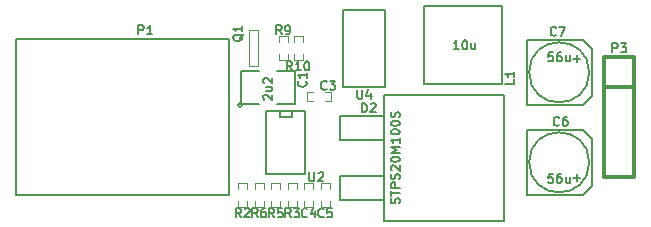
<source format=gto>
G04 (created by PCBNEW (2013-mar-13)-testing) date Wed 10 Jun 2015 12:05:28 AM EDT*
%MOIN*%
G04 Gerber Fmt 3.4, Leading zero omitted, Abs format*
%FSLAX34Y34*%
G01*
G70*
G90*
G04 APERTURE LIST*
%ADD10C,0.005906*%
%ADD11C,0.005000*%
%ADD12C,0.012000*%
%ADD13C,0.002800*%
%ADD14C,0.004700*%
%ADD15C,0.005118*%
G04 APERTURE END LIST*
G54D10*
X58917Y-45582D02*
X58917Y-43417D01*
X58917Y-43417D02*
X60787Y-43417D01*
X60787Y-43417D02*
X61082Y-43712D01*
X61082Y-43712D02*
X61082Y-45287D01*
X61082Y-45287D02*
X60787Y-45582D01*
X60787Y-45582D02*
X58917Y-45582D01*
G54D11*
X61001Y-44500D02*
G75*
G03X61001Y-44500I-1001J0D01*
G74*
G01*
G54D12*
X62500Y-44000D02*
X62500Y-44000D01*
X61500Y-44000D02*
X62500Y-44000D01*
X62500Y-44000D02*
X62500Y-44000D01*
X62500Y-44000D02*
X62500Y-48000D01*
X62500Y-48000D02*
X61500Y-48000D01*
X61500Y-48000D02*
X61500Y-44000D01*
X61500Y-45000D02*
X62500Y-45000D01*
G54D10*
X52811Y-44979D02*
X54188Y-44979D01*
X54188Y-44979D02*
X54188Y-42420D01*
X54188Y-42420D02*
X52811Y-42420D01*
X52811Y-42420D02*
X52811Y-44979D01*
X49000Y-43401D02*
X49000Y-48598D01*
X49000Y-48598D02*
X41909Y-48598D01*
X41909Y-48598D02*
X41909Y-43401D01*
X41909Y-43401D02*
X49000Y-43401D01*
G54D11*
X54150Y-47950D02*
X52700Y-47950D01*
X52700Y-47950D02*
X52700Y-48750D01*
X52700Y-48750D02*
X54150Y-48750D01*
X54150Y-45950D02*
X52700Y-45950D01*
X52700Y-45950D02*
X52700Y-46750D01*
X52700Y-46750D02*
X54150Y-46750D01*
X54150Y-45250D02*
X54150Y-49450D01*
X54150Y-49450D02*
X58150Y-49450D01*
X58150Y-49450D02*
X58150Y-45250D01*
X58150Y-45250D02*
X54150Y-45250D01*
G54D10*
X55500Y-42300D02*
X58099Y-42300D01*
X58099Y-42300D02*
X58099Y-44899D01*
X58099Y-44899D02*
X55500Y-44899D01*
X55500Y-44899D02*
X55500Y-42300D01*
G54D11*
X49420Y-45600D02*
G75*
G03X49420Y-45600I-70J0D01*
G74*
G01*
X50000Y-44450D02*
X49400Y-44450D01*
X49400Y-44450D02*
X49400Y-45550D01*
X49400Y-45550D02*
X50000Y-45550D01*
X50600Y-45550D02*
X51200Y-45550D01*
X51200Y-45550D02*
X51200Y-44450D01*
X51200Y-44450D02*
X50600Y-44450D01*
G54D13*
X51801Y-45150D02*
X51601Y-45150D01*
X51601Y-45150D02*
X51601Y-45450D01*
X51601Y-45450D02*
X51801Y-45450D01*
X52198Y-45150D02*
X52398Y-45150D01*
X52398Y-45150D02*
X52398Y-45450D01*
X52398Y-45450D02*
X52198Y-45450D01*
X51800Y-48401D02*
X51800Y-48201D01*
X51800Y-48201D02*
X51500Y-48201D01*
X51500Y-48201D02*
X51500Y-48401D01*
X51800Y-48798D02*
X51800Y-48998D01*
X51800Y-48998D02*
X51500Y-48998D01*
X51500Y-48998D02*
X51500Y-48798D01*
X52350Y-48401D02*
X52350Y-48201D01*
X52350Y-48201D02*
X52050Y-48201D01*
X52050Y-48201D02*
X52050Y-48401D01*
X52350Y-48798D02*
X52350Y-48998D01*
X52350Y-48998D02*
X52050Y-48998D01*
X52050Y-48998D02*
X52050Y-48798D01*
X49600Y-48401D02*
X49600Y-48201D01*
X49600Y-48201D02*
X49300Y-48201D01*
X49300Y-48201D02*
X49300Y-48401D01*
X49600Y-48798D02*
X49600Y-48998D01*
X49600Y-48998D02*
X49300Y-48998D01*
X49300Y-48998D02*
X49300Y-48798D01*
X51250Y-48401D02*
X51250Y-48201D01*
X51250Y-48201D02*
X50950Y-48201D01*
X50950Y-48201D02*
X50950Y-48401D01*
X51250Y-48798D02*
X51250Y-48998D01*
X51250Y-48998D02*
X50950Y-48998D01*
X50950Y-48998D02*
X50950Y-48798D01*
X50700Y-48401D02*
X50700Y-48201D01*
X50700Y-48201D02*
X50400Y-48201D01*
X50400Y-48201D02*
X50400Y-48401D01*
X50700Y-48798D02*
X50700Y-48998D01*
X50700Y-48998D02*
X50400Y-48998D01*
X50400Y-48998D02*
X50400Y-48798D01*
X50150Y-48401D02*
X50150Y-48201D01*
X50150Y-48201D02*
X49850Y-48201D01*
X49850Y-48201D02*
X49850Y-48401D01*
X50150Y-48798D02*
X50150Y-48998D01*
X50150Y-48998D02*
X49850Y-48998D01*
X49850Y-48998D02*
X49850Y-48798D01*
G54D11*
X50237Y-47900D02*
X50237Y-45794D01*
X51537Y-45794D02*
X51537Y-47900D01*
X51537Y-47900D02*
X50237Y-47900D01*
X51537Y-45794D02*
X50237Y-45794D01*
X51087Y-45787D02*
X51087Y-45987D01*
X51087Y-45987D02*
X50687Y-45987D01*
X50687Y-45987D02*
X50687Y-45787D01*
G54D10*
X58917Y-48582D02*
X58917Y-46417D01*
X58917Y-46417D02*
X60787Y-46417D01*
X60787Y-46417D02*
X61082Y-46712D01*
X61082Y-46712D02*
X61082Y-48287D01*
X61082Y-48287D02*
X60787Y-48582D01*
X60787Y-48582D02*
X58917Y-48582D01*
G54D11*
X61001Y-47500D02*
G75*
G03X61001Y-47500I-1001J0D01*
G74*
G01*
G54D14*
X49950Y-43100D02*
X49950Y-44300D01*
X49950Y-44300D02*
X49650Y-44300D01*
X49650Y-44300D02*
X49650Y-43100D01*
X49650Y-43100D02*
X49950Y-43100D01*
G54D13*
X50950Y-43501D02*
X50950Y-43301D01*
X50950Y-43301D02*
X50650Y-43301D01*
X50650Y-43301D02*
X50650Y-43501D01*
X50950Y-43898D02*
X50950Y-44098D01*
X50950Y-44098D02*
X50650Y-44098D01*
X50650Y-44098D02*
X50650Y-43898D01*
X51450Y-43501D02*
X51450Y-43301D01*
X51450Y-43301D02*
X51150Y-43301D01*
X51150Y-43301D02*
X51150Y-43501D01*
X51450Y-43898D02*
X51450Y-44098D01*
X51450Y-44098D02*
X51150Y-44098D01*
X51150Y-44098D02*
X51150Y-43898D01*
G54D15*
X59900Y-43257D02*
X59885Y-43271D01*
X59842Y-43285D01*
X59814Y-43285D01*
X59771Y-43271D01*
X59742Y-43242D01*
X59728Y-43214D01*
X59714Y-43157D01*
X59714Y-43114D01*
X59728Y-43057D01*
X59742Y-43028D01*
X59771Y-43000D01*
X59814Y-42985D01*
X59842Y-42985D01*
X59885Y-43000D01*
X59900Y-43014D01*
X60000Y-42985D02*
X60200Y-42985D01*
X60071Y-43285D01*
X59792Y-43835D02*
X59650Y-43835D01*
X59635Y-43978D01*
X59650Y-43964D01*
X59678Y-43950D01*
X59750Y-43950D01*
X59778Y-43964D01*
X59792Y-43978D01*
X59807Y-44007D01*
X59807Y-44078D01*
X59792Y-44107D01*
X59778Y-44121D01*
X59750Y-44135D01*
X59678Y-44135D01*
X59650Y-44121D01*
X59635Y-44107D01*
X60064Y-43835D02*
X60007Y-43835D01*
X59978Y-43850D01*
X59964Y-43864D01*
X59935Y-43907D01*
X59921Y-43964D01*
X59921Y-44078D01*
X59935Y-44107D01*
X59950Y-44121D01*
X59978Y-44135D01*
X60035Y-44135D01*
X60064Y-44121D01*
X60078Y-44107D01*
X60092Y-44078D01*
X60092Y-44007D01*
X60078Y-43978D01*
X60064Y-43964D01*
X60035Y-43950D01*
X59978Y-43950D01*
X59950Y-43964D01*
X59935Y-43978D01*
X59921Y-44007D01*
X60350Y-43935D02*
X60350Y-44135D01*
X60221Y-43935D02*
X60221Y-44092D01*
X60235Y-44121D01*
X60264Y-44135D01*
X60307Y-44135D01*
X60335Y-44121D01*
X60350Y-44107D01*
X60476Y-44048D02*
X60704Y-44048D01*
X60590Y-44163D02*
X60590Y-43934D01*
X61778Y-43835D02*
X61778Y-43535D01*
X61892Y-43535D01*
X61921Y-43550D01*
X61935Y-43564D01*
X61950Y-43592D01*
X61950Y-43635D01*
X61935Y-43664D01*
X61921Y-43678D01*
X61892Y-43692D01*
X61778Y-43692D01*
X62050Y-43535D02*
X62235Y-43535D01*
X62135Y-43650D01*
X62178Y-43650D01*
X62207Y-43664D01*
X62221Y-43678D01*
X62235Y-43707D01*
X62235Y-43778D01*
X62221Y-43807D01*
X62207Y-43821D01*
X62178Y-43835D01*
X62092Y-43835D01*
X62064Y-43821D01*
X62050Y-43807D01*
X53271Y-45085D02*
X53271Y-45328D01*
X53285Y-45357D01*
X53300Y-45371D01*
X53328Y-45385D01*
X53385Y-45385D01*
X53414Y-45371D01*
X53428Y-45357D01*
X53442Y-45328D01*
X53442Y-45085D01*
X53714Y-45185D02*
X53714Y-45385D01*
X53642Y-45071D02*
X53571Y-45285D01*
X53757Y-45285D01*
X45978Y-43235D02*
X45978Y-42935D01*
X46092Y-42935D01*
X46121Y-42950D01*
X46135Y-42964D01*
X46150Y-42992D01*
X46150Y-43035D01*
X46135Y-43064D01*
X46121Y-43078D01*
X46092Y-43092D01*
X45978Y-43092D01*
X46435Y-43235D02*
X46264Y-43235D01*
X46350Y-43235D02*
X46350Y-42935D01*
X46321Y-42978D01*
X46292Y-43007D01*
X46264Y-43021D01*
X53428Y-45835D02*
X53428Y-45535D01*
X53500Y-45535D01*
X53542Y-45550D01*
X53571Y-45578D01*
X53585Y-45607D01*
X53600Y-45664D01*
X53600Y-45707D01*
X53585Y-45764D01*
X53571Y-45792D01*
X53542Y-45821D01*
X53500Y-45835D01*
X53428Y-45835D01*
X53714Y-45564D02*
X53728Y-45550D01*
X53757Y-45535D01*
X53828Y-45535D01*
X53857Y-45550D01*
X53871Y-45564D01*
X53885Y-45592D01*
X53885Y-45621D01*
X53871Y-45664D01*
X53700Y-45835D01*
X53885Y-45835D01*
X54671Y-48871D02*
X54685Y-48828D01*
X54685Y-48757D01*
X54671Y-48728D01*
X54657Y-48714D01*
X54628Y-48699D01*
X54600Y-48699D01*
X54571Y-48714D01*
X54557Y-48728D01*
X54542Y-48757D01*
X54528Y-48814D01*
X54514Y-48842D01*
X54500Y-48857D01*
X54471Y-48871D01*
X54442Y-48871D01*
X54414Y-48857D01*
X54400Y-48842D01*
X54385Y-48814D01*
X54385Y-48742D01*
X54400Y-48699D01*
X54385Y-48614D02*
X54385Y-48442D01*
X54685Y-48528D02*
X54385Y-48528D01*
X54685Y-48342D02*
X54385Y-48342D01*
X54385Y-48228D01*
X54400Y-48199D01*
X54414Y-48185D01*
X54442Y-48171D01*
X54485Y-48171D01*
X54514Y-48185D01*
X54528Y-48199D01*
X54542Y-48228D01*
X54542Y-48342D01*
X54671Y-48057D02*
X54685Y-48014D01*
X54685Y-47942D01*
X54671Y-47914D01*
X54657Y-47899D01*
X54628Y-47885D01*
X54600Y-47885D01*
X54571Y-47899D01*
X54557Y-47914D01*
X54542Y-47942D01*
X54528Y-47999D01*
X54514Y-48028D01*
X54500Y-48042D01*
X54471Y-48057D01*
X54442Y-48057D01*
X54414Y-48042D01*
X54400Y-48028D01*
X54385Y-47999D01*
X54385Y-47928D01*
X54400Y-47885D01*
X54414Y-47771D02*
X54400Y-47757D01*
X54385Y-47728D01*
X54385Y-47657D01*
X54400Y-47628D01*
X54414Y-47614D01*
X54442Y-47600D01*
X54471Y-47600D01*
X54514Y-47614D01*
X54685Y-47785D01*
X54685Y-47600D01*
X54385Y-47414D02*
X54385Y-47385D01*
X54400Y-47357D01*
X54414Y-47342D01*
X54442Y-47328D01*
X54500Y-47314D01*
X54571Y-47314D01*
X54628Y-47328D01*
X54657Y-47342D01*
X54671Y-47357D01*
X54685Y-47385D01*
X54685Y-47414D01*
X54671Y-47442D01*
X54657Y-47457D01*
X54628Y-47471D01*
X54571Y-47485D01*
X54500Y-47485D01*
X54442Y-47471D01*
X54414Y-47457D01*
X54400Y-47442D01*
X54385Y-47414D01*
X54685Y-47185D02*
X54385Y-47185D01*
X54600Y-47085D01*
X54385Y-46985D01*
X54685Y-46985D01*
X54685Y-46685D02*
X54685Y-46857D01*
X54685Y-46771D02*
X54385Y-46771D01*
X54428Y-46800D01*
X54457Y-46828D01*
X54471Y-46857D01*
X54385Y-46500D02*
X54385Y-46471D01*
X54400Y-46442D01*
X54414Y-46428D01*
X54442Y-46414D01*
X54500Y-46400D01*
X54571Y-46400D01*
X54628Y-46414D01*
X54657Y-46428D01*
X54671Y-46442D01*
X54685Y-46471D01*
X54685Y-46500D01*
X54671Y-46528D01*
X54657Y-46542D01*
X54628Y-46557D01*
X54571Y-46571D01*
X54500Y-46571D01*
X54442Y-46557D01*
X54414Y-46542D01*
X54400Y-46528D01*
X54385Y-46500D01*
X54385Y-46214D02*
X54385Y-46185D01*
X54400Y-46157D01*
X54414Y-46142D01*
X54442Y-46128D01*
X54500Y-46114D01*
X54571Y-46114D01*
X54628Y-46128D01*
X54657Y-46142D01*
X54671Y-46157D01*
X54685Y-46185D01*
X54685Y-46214D01*
X54671Y-46242D01*
X54657Y-46257D01*
X54628Y-46271D01*
X54571Y-46285D01*
X54500Y-46285D01*
X54442Y-46271D01*
X54414Y-46257D01*
X54400Y-46242D01*
X54385Y-46214D01*
X54671Y-46000D02*
X54685Y-45957D01*
X54685Y-45885D01*
X54671Y-45857D01*
X54657Y-45842D01*
X54628Y-45828D01*
X54600Y-45828D01*
X54571Y-45842D01*
X54557Y-45857D01*
X54542Y-45885D01*
X54528Y-45942D01*
X54514Y-45971D01*
X54500Y-45985D01*
X54471Y-46000D01*
X54442Y-46000D01*
X54414Y-45985D01*
X54400Y-45971D01*
X54385Y-45942D01*
X54385Y-45871D01*
X54400Y-45828D01*
X58510Y-44732D02*
X58510Y-44875D01*
X58210Y-44875D01*
X58510Y-44475D02*
X58510Y-44646D01*
X58510Y-44561D02*
X58210Y-44561D01*
X58253Y-44589D01*
X58281Y-44618D01*
X58296Y-44646D01*
X56657Y-43735D02*
X56485Y-43735D01*
X56571Y-43735D02*
X56571Y-43435D01*
X56542Y-43478D01*
X56514Y-43507D01*
X56485Y-43521D01*
X56842Y-43435D02*
X56871Y-43435D01*
X56900Y-43450D01*
X56914Y-43464D01*
X56928Y-43492D01*
X56942Y-43550D01*
X56942Y-43621D01*
X56928Y-43678D01*
X56914Y-43707D01*
X56900Y-43721D01*
X56871Y-43735D01*
X56842Y-43735D01*
X56814Y-43721D01*
X56800Y-43707D01*
X56785Y-43678D01*
X56771Y-43621D01*
X56771Y-43550D01*
X56785Y-43492D01*
X56800Y-43464D01*
X56814Y-43450D01*
X56842Y-43435D01*
X57200Y-43535D02*
X57200Y-43735D01*
X57071Y-43535D02*
X57071Y-43692D01*
X57085Y-43721D01*
X57114Y-43735D01*
X57157Y-43735D01*
X57185Y-43721D01*
X57200Y-43707D01*
X51557Y-44800D02*
X51571Y-44814D01*
X51585Y-44857D01*
X51585Y-44885D01*
X51571Y-44928D01*
X51542Y-44957D01*
X51514Y-44971D01*
X51457Y-44985D01*
X51414Y-44985D01*
X51357Y-44971D01*
X51328Y-44957D01*
X51300Y-44928D01*
X51285Y-44885D01*
X51285Y-44857D01*
X51300Y-44814D01*
X51314Y-44800D01*
X51585Y-44514D02*
X51585Y-44685D01*
X51585Y-44600D02*
X51285Y-44600D01*
X51328Y-44628D01*
X51357Y-44657D01*
X51371Y-44685D01*
X50164Y-45414D02*
X50150Y-45399D01*
X50135Y-45371D01*
X50135Y-45299D01*
X50150Y-45271D01*
X50164Y-45257D01*
X50192Y-45242D01*
X50221Y-45242D01*
X50264Y-45257D01*
X50435Y-45428D01*
X50435Y-45242D01*
X50235Y-44985D02*
X50435Y-44985D01*
X50235Y-45114D02*
X50392Y-45114D01*
X50421Y-45100D01*
X50435Y-45071D01*
X50435Y-45028D01*
X50421Y-45000D01*
X50407Y-44985D01*
X50164Y-44857D02*
X50150Y-44842D01*
X50135Y-44814D01*
X50135Y-44742D01*
X50150Y-44714D01*
X50164Y-44699D01*
X50192Y-44685D01*
X50221Y-44685D01*
X50264Y-44699D01*
X50435Y-44871D01*
X50435Y-44685D01*
X52250Y-45057D02*
X52235Y-45071D01*
X52192Y-45085D01*
X52164Y-45085D01*
X52121Y-45071D01*
X52092Y-45042D01*
X52078Y-45014D01*
X52064Y-44957D01*
X52064Y-44914D01*
X52078Y-44857D01*
X52092Y-44828D01*
X52121Y-44800D01*
X52164Y-44785D01*
X52192Y-44785D01*
X52235Y-44800D01*
X52250Y-44814D01*
X52350Y-44785D02*
X52535Y-44785D01*
X52435Y-44900D01*
X52478Y-44900D01*
X52507Y-44914D01*
X52521Y-44928D01*
X52535Y-44957D01*
X52535Y-45028D01*
X52521Y-45057D01*
X52507Y-45071D01*
X52478Y-45085D01*
X52392Y-45085D01*
X52364Y-45071D01*
X52350Y-45057D01*
X51600Y-49307D02*
X51585Y-49321D01*
X51542Y-49335D01*
X51514Y-49335D01*
X51471Y-49321D01*
X51442Y-49292D01*
X51428Y-49264D01*
X51414Y-49207D01*
X51414Y-49164D01*
X51428Y-49107D01*
X51442Y-49078D01*
X51471Y-49050D01*
X51514Y-49035D01*
X51542Y-49035D01*
X51585Y-49050D01*
X51600Y-49064D01*
X51857Y-49135D02*
X51857Y-49335D01*
X51785Y-49021D02*
X51714Y-49235D01*
X51900Y-49235D01*
X52150Y-49307D02*
X52135Y-49321D01*
X52092Y-49335D01*
X52064Y-49335D01*
X52021Y-49321D01*
X51992Y-49292D01*
X51978Y-49264D01*
X51964Y-49207D01*
X51964Y-49164D01*
X51978Y-49107D01*
X51992Y-49078D01*
X52021Y-49050D01*
X52064Y-49035D01*
X52092Y-49035D01*
X52135Y-49050D01*
X52150Y-49064D01*
X52421Y-49035D02*
X52278Y-49035D01*
X52264Y-49178D01*
X52278Y-49164D01*
X52307Y-49150D01*
X52378Y-49150D01*
X52407Y-49164D01*
X52421Y-49178D01*
X52435Y-49207D01*
X52435Y-49278D01*
X52421Y-49307D01*
X52407Y-49321D01*
X52378Y-49335D01*
X52307Y-49335D01*
X52278Y-49321D01*
X52264Y-49307D01*
X49400Y-49335D02*
X49300Y-49192D01*
X49228Y-49335D02*
X49228Y-49035D01*
X49342Y-49035D01*
X49371Y-49050D01*
X49385Y-49064D01*
X49400Y-49092D01*
X49400Y-49135D01*
X49385Y-49164D01*
X49371Y-49178D01*
X49342Y-49192D01*
X49228Y-49192D01*
X49514Y-49064D02*
X49528Y-49050D01*
X49557Y-49035D01*
X49628Y-49035D01*
X49657Y-49050D01*
X49671Y-49064D01*
X49685Y-49092D01*
X49685Y-49121D01*
X49671Y-49164D01*
X49500Y-49335D01*
X49685Y-49335D01*
X51050Y-49335D02*
X50950Y-49192D01*
X50878Y-49335D02*
X50878Y-49035D01*
X50992Y-49035D01*
X51021Y-49050D01*
X51035Y-49064D01*
X51050Y-49092D01*
X51050Y-49135D01*
X51035Y-49164D01*
X51021Y-49178D01*
X50992Y-49192D01*
X50878Y-49192D01*
X51150Y-49035D02*
X51335Y-49035D01*
X51235Y-49150D01*
X51278Y-49150D01*
X51307Y-49164D01*
X51321Y-49178D01*
X51335Y-49207D01*
X51335Y-49278D01*
X51321Y-49307D01*
X51307Y-49321D01*
X51278Y-49335D01*
X51192Y-49335D01*
X51164Y-49321D01*
X51150Y-49307D01*
X50500Y-49335D02*
X50400Y-49192D01*
X50328Y-49335D02*
X50328Y-49035D01*
X50442Y-49035D01*
X50471Y-49050D01*
X50485Y-49064D01*
X50500Y-49092D01*
X50500Y-49135D01*
X50485Y-49164D01*
X50471Y-49178D01*
X50442Y-49192D01*
X50328Y-49192D01*
X50771Y-49035D02*
X50628Y-49035D01*
X50614Y-49178D01*
X50628Y-49164D01*
X50657Y-49150D01*
X50728Y-49150D01*
X50757Y-49164D01*
X50771Y-49178D01*
X50785Y-49207D01*
X50785Y-49278D01*
X50771Y-49307D01*
X50757Y-49321D01*
X50728Y-49335D01*
X50657Y-49335D01*
X50628Y-49321D01*
X50614Y-49307D01*
X49950Y-49335D02*
X49850Y-49192D01*
X49778Y-49335D02*
X49778Y-49035D01*
X49892Y-49035D01*
X49921Y-49050D01*
X49935Y-49064D01*
X49950Y-49092D01*
X49950Y-49135D01*
X49935Y-49164D01*
X49921Y-49178D01*
X49892Y-49192D01*
X49778Y-49192D01*
X50207Y-49035D02*
X50150Y-49035D01*
X50121Y-49050D01*
X50107Y-49064D01*
X50078Y-49107D01*
X50064Y-49164D01*
X50064Y-49278D01*
X50078Y-49307D01*
X50092Y-49321D01*
X50121Y-49335D01*
X50178Y-49335D01*
X50207Y-49321D01*
X50221Y-49307D01*
X50235Y-49278D01*
X50235Y-49207D01*
X50221Y-49178D01*
X50207Y-49164D01*
X50178Y-49150D01*
X50121Y-49150D01*
X50092Y-49164D01*
X50078Y-49178D01*
X50064Y-49207D01*
X51671Y-47835D02*
X51671Y-48078D01*
X51685Y-48107D01*
X51700Y-48121D01*
X51728Y-48135D01*
X51785Y-48135D01*
X51814Y-48121D01*
X51828Y-48107D01*
X51842Y-48078D01*
X51842Y-47835D01*
X51971Y-47864D02*
X51985Y-47850D01*
X52014Y-47835D01*
X52085Y-47835D01*
X52114Y-47850D01*
X52128Y-47864D01*
X52142Y-47892D01*
X52142Y-47921D01*
X52128Y-47964D01*
X51957Y-48135D01*
X52142Y-48135D01*
X60000Y-46257D02*
X59985Y-46271D01*
X59942Y-46285D01*
X59914Y-46285D01*
X59871Y-46271D01*
X59842Y-46242D01*
X59828Y-46214D01*
X59814Y-46157D01*
X59814Y-46114D01*
X59828Y-46057D01*
X59842Y-46028D01*
X59871Y-46000D01*
X59914Y-45985D01*
X59942Y-45985D01*
X59985Y-46000D01*
X60000Y-46014D01*
X60257Y-45985D02*
X60200Y-45985D01*
X60171Y-46000D01*
X60157Y-46014D01*
X60128Y-46057D01*
X60114Y-46114D01*
X60114Y-46228D01*
X60128Y-46257D01*
X60142Y-46271D01*
X60171Y-46285D01*
X60228Y-46285D01*
X60257Y-46271D01*
X60271Y-46257D01*
X60285Y-46228D01*
X60285Y-46157D01*
X60271Y-46128D01*
X60257Y-46114D01*
X60228Y-46100D01*
X60171Y-46100D01*
X60142Y-46114D01*
X60128Y-46128D01*
X60114Y-46157D01*
X59792Y-47885D02*
X59650Y-47885D01*
X59635Y-48028D01*
X59650Y-48014D01*
X59678Y-48000D01*
X59750Y-48000D01*
X59778Y-48014D01*
X59792Y-48028D01*
X59807Y-48057D01*
X59807Y-48128D01*
X59792Y-48157D01*
X59778Y-48171D01*
X59750Y-48185D01*
X59678Y-48185D01*
X59650Y-48171D01*
X59635Y-48157D01*
X60064Y-47885D02*
X60007Y-47885D01*
X59978Y-47900D01*
X59964Y-47914D01*
X59935Y-47957D01*
X59921Y-48014D01*
X59921Y-48128D01*
X59935Y-48157D01*
X59950Y-48171D01*
X59978Y-48185D01*
X60035Y-48185D01*
X60064Y-48171D01*
X60078Y-48157D01*
X60092Y-48128D01*
X60092Y-48057D01*
X60078Y-48028D01*
X60064Y-48014D01*
X60035Y-48000D01*
X59978Y-48000D01*
X59950Y-48014D01*
X59935Y-48028D01*
X59921Y-48057D01*
X60350Y-47985D02*
X60350Y-48185D01*
X60221Y-47985D02*
X60221Y-48142D01*
X60235Y-48171D01*
X60264Y-48185D01*
X60307Y-48185D01*
X60335Y-48171D01*
X60350Y-48157D01*
X60476Y-48013D02*
X60704Y-48013D01*
X60590Y-48127D02*
X60590Y-47899D01*
X49464Y-43228D02*
X49450Y-43257D01*
X49421Y-43285D01*
X49378Y-43328D01*
X49364Y-43357D01*
X49364Y-43385D01*
X49435Y-43371D02*
X49421Y-43400D01*
X49392Y-43428D01*
X49335Y-43442D01*
X49235Y-43442D01*
X49178Y-43428D01*
X49150Y-43400D01*
X49135Y-43371D01*
X49135Y-43314D01*
X49150Y-43285D01*
X49178Y-43257D01*
X49235Y-43242D01*
X49335Y-43242D01*
X49392Y-43257D01*
X49421Y-43285D01*
X49435Y-43314D01*
X49435Y-43371D01*
X49435Y-42957D02*
X49435Y-43128D01*
X49435Y-43042D02*
X49135Y-43042D01*
X49178Y-43071D01*
X49207Y-43100D01*
X49221Y-43128D01*
X50750Y-43235D02*
X50650Y-43092D01*
X50578Y-43235D02*
X50578Y-42935D01*
X50692Y-42935D01*
X50721Y-42950D01*
X50735Y-42964D01*
X50750Y-42992D01*
X50750Y-43035D01*
X50735Y-43064D01*
X50721Y-43078D01*
X50692Y-43092D01*
X50578Y-43092D01*
X50892Y-43235D02*
X50950Y-43235D01*
X50978Y-43221D01*
X50992Y-43207D01*
X51021Y-43164D01*
X51035Y-43107D01*
X51035Y-42992D01*
X51021Y-42964D01*
X51007Y-42950D01*
X50978Y-42935D01*
X50921Y-42935D01*
X50892Y-42950D01*
X50878Y-42964D01*
X50864Y-42992D01*
X50864Y-43064D01*
X50878Y-43092D01*
X50892Y-43107D01*
X50921Y-43121D01*
X50978Y-43121D01*
X51007Y-43107D01*
X51021Y-43092D01*
X51035Y-43064D01*
X51107Y-44435D02*
X51007Y-44292D01*
X50935Y-44435D02*
X50935Y-44135D01*
X51050Y-44135D01*
X51078Y-44150D01*
X51092Y-44164D01*
X51107Y-44192D01*
X51107Y-44235D01*
X51092Y-44264D01*
X51078Y-44278D01*
X51050Y-44292D01*
X50935Y-44292D01*
X51392Y-44435D02*
X51221Y-44435D01*
X51307Y-44435D02*
X51307Y-44135D01*
X51278Y-44178D01*
X51250Y-44207D01*
X51221Y-44221D01*
X51578Y-44135D02*
X51607Y-44135D01*
X51635Y-44150D01*
X51650Y-44164D01*
X51664Y-44192D01*
X51678Y-44250D01*
X51678Y-44321D01*
X51664Y-44378D01*
X51650Y-44407D01*
X51635Y-44421D01*
X51607Y-44435D01*
X51578Y-44435D01*
X51550Y-44421D01*
X51535Y-44407D01*
X51521Y-44378D01*
X51507Y-44321D01*
X51507Y-44250D01*
X51521Y-44192D01*
X51535Y-44164D01*
X51550Y-44150D01*
X51578Y-44135D01*
M02*

</source>
